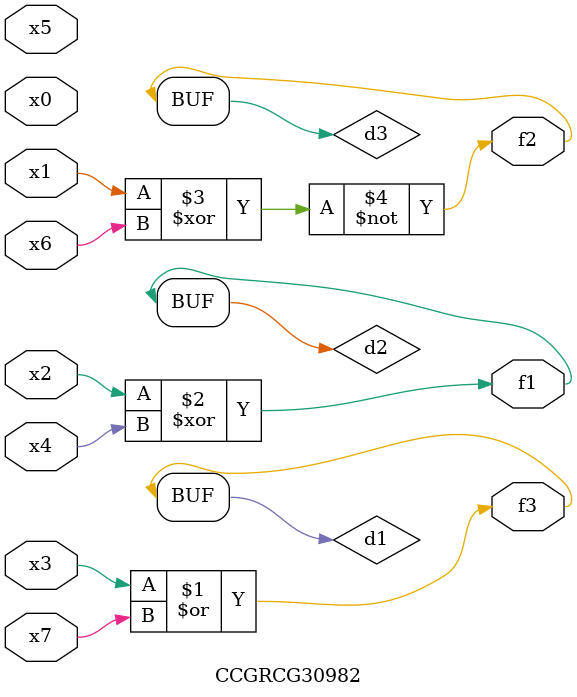
<source format=v>
module CCGRCG30982(
	input x0, x1, x2, x3, x4, x5, x6, x7,
	output f1, f2, f3
);

	wire d1, d2, d3;

	or (d1, x3, x7);
	xor (d2, x2, x4);
	xnor (d3, x1, x6);
	assign f1 = d2;
	assign f2 = d3;
	assign f3 = d1;
endmodule

</source>
